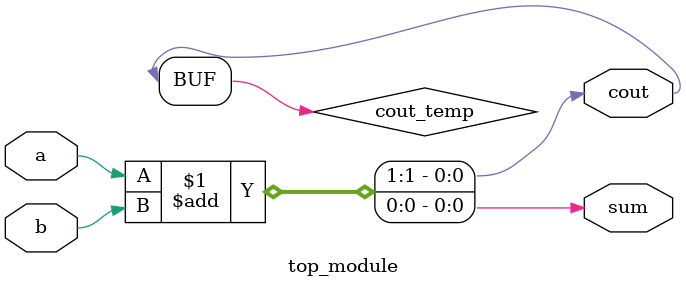
<source format=sv>
module top_module (
    input a,
    input b,
    output sum,
    output cout
);
	
	// Declare internal wire for carry out
	wire cout_temp;
	
	// Assign statement to calculate sum and carry out
	assign {cout_temp, sum} = a + b;
	assign cout = cout_temp;
	
endmodule

</source>
